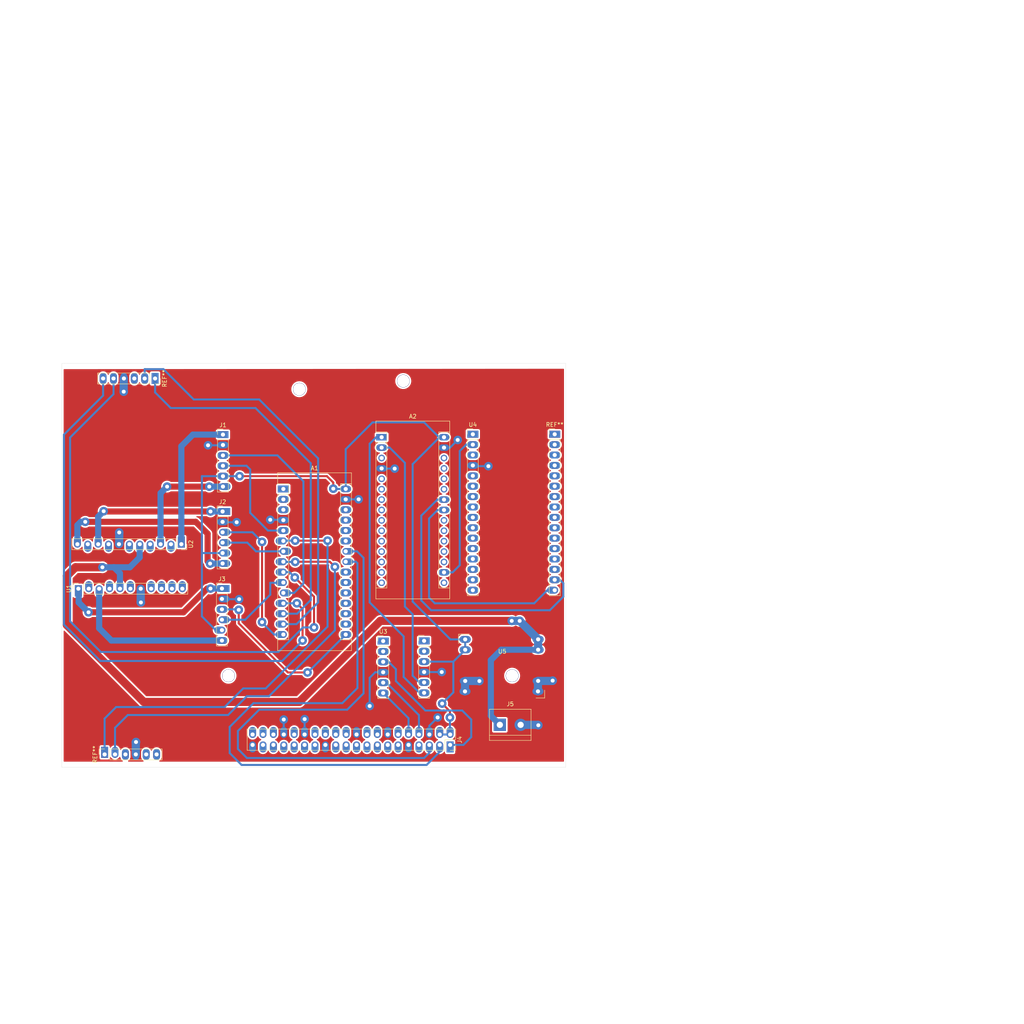
<source format=kicad_pcb>
(kicad_pcb (version 20171130) (host pcbnew "(5.1.10)-1")
  (layers (0 F.Cu signal) (31 B.Cu signal) (34 B.Paste user hide) (35 F.Paste user hide) (36 B.SilkS user hide) (37 F.SilkS user hide) (38 B.Mask user hide) (39 F.Mask user hide) (44 Edge.Cuts user hide))
  (net 0 "")
  (net 1 Motor3_B)
  (net 2 Motor2_B)
  (net 3 +5V)
  (net 4 Motor1_PWM2)
  (net 5 GND)
  (net 6 Motor1_PWM1)
  (net 7 "Net-(A1-Pad28)")
  (net 8 Motor2_PWM2)
  (net 9 "Net-(A1-Pad27)")
  (net 10 Motor1_B)
  (net 11 "Net-(A1-Pad26)")
  (net 12 Motor3_A)
  (net 13 "Net-(A1-Pad25)")
  (net 14 Motor2_PWM1)
  (net 15 SCL)
  (net 16 Motor3_PWM2)
  (net 17 SDA)
  (net 18 Motor2_A)
  (net 19 "Net-(A1-Pad22)")
  (net 20 Motor3_PWM1)
  (net 21 "Net-(A1-Pad21)")
  (net 22 Motor1_A)
  (net 23 "Net-(A1-Pad20)")
  (net 24 "Net-(A1-Pad19)")
  (net 25 "Net-(A1-Pad3)")
  (net 26 "Net-(A1-Pad18)")
  (net 27 "Net-(A1-Pad2)")
  (net 28 "Net-(A1-Pad17)")
  (net 29 "Net-(A1-Pad1)")
  (net 30 "Net-(A2-Pad16)")
  (net 31 "Net-(A2-Pad15)")
  (net 32 "Net-(A2-Pad14)")
  (net 33 "Net-(A2-Pad13)")
  (net 34 "Net-(A2-Pad28)")
  (net 35 "Net-(A2-Pad12)")
  (net 36 "Net-(A2-Pad27)")
  (net 37 "Net-(A2-Pad11)")
  (net 38 "Net-(A2-Pad26)")
  (net 39 "Net-(A2-Pad10)")
  (net 40 "Net-(A2-Pad25)")
  (net 41 "Net-(A2-Pad9)")
  (net 42 SCL_IMU)
  (net 43 "Net-(A2-Pad8)")
  (net 44 SDA_IMU)
  (net 45 "Net-(A2-Pad7)")
  (net 46 "Net-(A2-Pad22)")
  (net 47 "Net-(A2-Pad6)")
  (net 48 "Net-(A2-Pad21)")
  (net 49 "Net-(A2-Pad5)")
  (net 50 "Net-(A2-Pad20)")
  (net 51 "Net-(A2-Pad19)")
  (net 52 "Net-(A2-Pad3)")
  (net 53 "Net-(A2-Pad18)")
  (net 54 RXA)
  (net 55 +3.3VA)
  (net 56 TXA)
  (net 57 Motor1_M2)
  (net 58 Motor1_M1)
  (net 59 Motor2_M2)
  (net 60 Motor2_M1)
  (net 61 Motor3_M2)
  (net 62 Motor3_M1)
  (net 63 "Net-(J4-Pad40)")
  (net 64 "Net-(J4-Pad38)")
  (net 65 "Net-(J4-Pad37)")
  (net 66 "Net-(J4-Pad36)")
  (net 67 "Net-(J4-Pad35)")
  (net 68 "Net-(J4-Pad33)")
  (net 69 "Net-(J4-Pad32)")
  (net 70 "Net-(J4-Pad31)")
  (net 71 "Net-(J4-Pad29)")
  (net 72 "Net-(J4-Pad28)")
  (net 73 "Net-(J4-Pad27)")
  (net 74 "Net-(J4-Pad26)")
  (net 75 "Net-(J4-Pad24)")
  (net 76 "Net-(J4-Pad23)")
  (net 77 "Net-(J4-Pad22)")
  (net 78 "Net-(J4-Pad21)")
  (net 79 "Net-(J4-Pad19)")
  (net 80 "Net-(J4-Pad18)")
  (net 81 +3V3)
  (net 82 "Net-(J4-Pad16)")
  (net 83 "Net-(J4-Pad15)")
  (net 84 "Net-(J4-Pad13)")
  (net 85 "Net-(J4-Pad12)")
  (net 86 "Net-(J4-Pad11)")
  (net 87 RXD)
  (net 88 TXD)
  (net 89 "Net-(J4-Pad7)")
  (net 90 "Net-(U1-Pad15)")
  (net 91 "Net-(U1-Pad13)")
  (net 92 "Net-(U1-Pad12)")
  (net 93 "Net-(U1-Pad11)")
  (net 94 "Net-(U1-Pad10)")
  (net 95 "Net-(U1-Pad9)")
  (net 96 "Net-(U1-Pad8)")
  (net 97 "Net-(U1-Pad6)")
  (net 98 VCC)
  (net 99 "Net-(U1-Pad4)")
  (net 100 "Net-(U1-Pad2)")
  (net 101 "Net-(U2-Pad15)")
  (net 102 "Net-(U2-Pad10)")
  (net 103 "Net-(U2-Pad8)")
  (net 104 "Net-(U2-Pad6)")
  (net 105 "Net-(U2-Pad4)")
  (net 106 "Net-(U2-Pad2)")
  (net 107 "Net-(U3-Pad11)")
  (net 108 "Net-(U3-Pad12)")
  (net 109 "Net-(U3-Pad2)")
  (net 110 "Net-(U3-Pad1)")
  (net 111 "Net-(U4-Pad21)")
  (net 112 "Net-(U4-Pad22)")
  (net 113 "Net-(U4-Pad29)")
  (net 114 "Net-(U4-Pad28)")
  (net 115 "Net-(U4-Pad31)")
  (net 116 "Net-(U4-Pad23)")
  (net 117 "Net-(U4-Pad30)")
  (net 118 "Net-(U4-Pad24)")
  (net 119 "Net-(U4-Pad19)")
  (net 120 "Net-(U4-Pad32)")
  (net 121 "Net-(U4-Pad20)")
  (net 122 "Net-(U4-Pad26)")
  (net 123 "Net-(U4-Pad25)")
  (net 124 "Net-(U4-Pad27)")
  (net 125 "Net-(U4-Pad16)")
  (net 126 "Net-(U4-Pad15)")
  (net 127 "Net-(U4-Pad14)")
  (net 128 "Net-(U4-Pad13)")
  (net 129 "Net-(U4-Pad12)")
  (net 130 "Net-(U4-Pad11)")
  (net 131 "Net-(U4-Pad10)")
  (net 132 "Net-(U4-Pad9)")
  (net 133 "Net-(U4-Pad8)")
  (net 134 "Net-(U4-Pad7)")
  (net 135 "Net-(U4-Pad6)")
  (net 136 "Net-(U4-Pad5)")
  (net 137 "Net-(U4-Pad3)")
  (net 138 "Net-(U4-Pad1)")
  (module TerminalBlock:TerminalBlock_bornier-2_P5.08mm (layer F.Cu) (at 4.8 102.2)
    (fp_text reference J5 (at 2.54 -5.08) (layer F.SilkS))
    (fp_text value Screw_Terminal_01x02)
    (pad 2 thru_hole circle (at 5.08 0) (size 3 3) (drill 1.52) (layers *.Cu *.Mask) (net 5 GND))
    (pad 1 thru_hole rect (at 0 0) (size 3 3) (drill 1.52) (layers *.Cu *.Mask) (net 98 VCC))
  )
  (module LMR:RasPi0,2,3-Header-upside_down (layer F.Cu) (at -21.8 107.1 90)
    (fp_text reference J4 (at 1.27 16.78 270) (layer F.SilkS))
    (fp_text value Raspberry_Pi_2_3)
    (pad 40 thru_hole oval (at 2.54 -33.81 270) (size 2.7 1.7) (drill 1 (offset -0.5 0)) (layers *.Cu *.Mask) (net 63 "Net-(J4-Pad40)"))
    (pad 39 thru_hole oval (at 0 -33.81 270) (size 2.7 1.7) (drill 1 (offset 0.5 0)) (layers *.Cu *.Mask) (net 5 GND))
    (pad 38 thru_hole oval (at 2.54 -31.27 270) (size 2.7 1.7) (drill 1 (offset -0.5 0)) (layers *.Cu *.Mask) (net 64 "Net-(J4-Pad38)"))
    (pad 37 thru_hole oval (at 0 -31.27 270) (size 2.7 1.7) (drill 1 (offset 0.5 0)) (layers *.Cu *.Mask) (net 65 "Net-(J4-Pad37)"))
    (pad 36 thru_hole oval (at 2.54 -28.73 270) (size 2.7 1.7) (drill 1 (offset -0.5 0)) (layers *.Cu *.Mask) (net 66 "Net-(J4-Pad36)"))
    (pad 35 thru_hole oval (at 0 -28.73 270) (size 2.7 1.7) (drill 1 (offset 0.5 0)) (layers *.Cu *.Mask) (net 67 "Net-(J4-Pad35)"))
    (pad 34 thru_hole oval (at 2.54 -26.19 270) (size 2.7 1.7) (drill 1 (offset -0.5 0)) (layers *.Cu *.Mask) (net 5 GND))
    (pad 33 thru_hole oval (at 0 -26.19 270) (size 2.7 1.7) (drill 1 (offset 0.5 0)) (layers *.Cu *.Mask) (net 68 "Net-(J4-Pad33)"))
    (pad 32 thru_hole oval (at 2.54 -23.65 270) (size 2.7 1.7) (drill 1 (offset -0.5 0)) (layers *.Cu *.Mask) (net 69 "Net-(J4-Pad32)"))
    (pad 31 thru_hole oval (at 0 -23.65 270) (size 2.7 1.7) (drill 1 (offset 0.5 0)) (layers *.Cu *.Mask) (net 70 "Net-(J4-Pad31)"))
    (pad 30 thru_hole oval (at 2.54 -21.11 270) (size 2.7 1.7) (drill 1 (offset -0.5 0)) (layers *.Cu *.Mask) (net 5 GND))
    (pad 29 thru_hole oval (at 0 -21.11 270) (size 2.7 1.7) (drill 1 (offset 0.5 0)) (layers *.Cu *.Mask) (net 71 "Net-(J4-Pad29)"))
    (pad 28 thru_hole oval (at 2.54 -18.57 270) (size 2.7 1.7) (drill 1 (offset -0.5 0)) (layers *.Cu *.Mask) (net 72 "Net-(J4-Pad28)"))
    (pad 27 thru_hole oval (at 0 -18.57 270) (size 2.7 1.7) (drill 1 (offset 0.5 0)) (layers *.Cu *.Mask) (net 73 "Net-(J4-Pad27)"))
    (pad 26 thru_hole oval (at 2.54 -16.03 270) (size 2.7 1.7) (drill 1 (offset -0.5 0)) (layers *.Cu *.Mask) (net 74 "Net-(J4-Pad26)"))
    (pad 25 thru_hole oval (at 0 -16.03 270) (size 2.7 1.7) (drill 1 (offset 0.5 0)) (layers *.Cu *.Mask) (net 5 GND))
    (pad 24 thru_hole oval (at 2.54 -13.49 270) (size 2.7 1.7) (drill 1 (offset -0.5 0)) (layers *.Cu *.Mask) (net 75 "Net-(J4-Pad24)"))
    (pad 23 thru_hole oval (at 0 -13.49 270) (size 2.7 1.7) (drill 1 (offset 0.5 0)) (layers *.Cu *.Mask) (net 76 "Net-(J4-Pad23)"))
    (pad 22 thru_hole oval (at 2.54 -10.95 270) (size 2.7 1.7) (drill 1 (offset -0.5 0)) (layers *.Cu *.Mask) (net 77 "Net-(J4-Pad22)"))
    (pad 21 thru_hole oval (at 0 -10.95 270) (size 2.7 1.7) (drill 1 (offset 0.5 0)) (layers *.Cu *.Mask) (net 78 "Net-(J4-Pad21)"))
    (pad 20 thru_hole oval (at 2.54 -8.41 270) (size 2.7 1.7) (drill 1 (offset -0.5 0)) (layers *.Cu *.Mask) (net 5 GND))
    (pad 19 thru_hole oval (at 0 -8.41 270) (size 2.7 1.7) (drill 1 (offset 0.5 0)) (layers *.Cu *.Mask) (net 79 "Net-(J4-Pad19)"))
    (pad 18 thru_hole oval (at 2.54 -5.87 270) (size 2.7 1.7) (drill 1 (offset -0.5 0)) (layers *.Cu *.Mask) (net 80 "Net-(J4-Pad18)"))
    (pad 17 thru_hole oval (at 0 -5.87 270) (size 2.7 1.7) (drill 1 (offset 0.5 0)) (layers *.Cu *.Mask) (net 81 +3V3))
    (pad 16 thru_hole oval (at 2.54 -3.33 270) (size 2.7 1.7) (drill 1 (offset -0.5 0)) (layers *.Cu *.Mask) (net 82 "Net-(J4-Pad16)"))
    (pad 15 thru_hole oval (at 0 -3.33 270) (size 2.7 1.7) (drill 1 (offset 0.5 0)) (layers *.Cu *.Mask) (net 83 "Net-(J4-Pad15)"))
    (pad 14 thru_hole oval (at 2.54 -0.79 270) (size 2.7 1.7) (drill 1 (offset -0.5 0)) (layers *.Cu *.Mask) (net 5 GND))
    (pad 13 thru_hole oval (at 0 -0.79 270) (size 2.7 1.7) (drill 1 (offset 0.5 0)) (layers *.Cu *.Mask) (net 84 "Net-(J4-Pad13)"))
    (pad 12 thru_hole oval (at 2.54 1.75 270) (size 2.7 1.7) (drill 1 (offset -0.5 0)) (layers *.Cu *.Mask) (net 85 "Net-(J4-Pad12)"))
    (pad 11 thru_hole oval (at 0 1.75 270) (size 2.7 1.7) (drill 1 (offset 0.5 0)) (layers *.Cu *.Mask) (net 86 "Net-(J4-Pad11)"))
    (pad 10 thru_hole oval (at 2.54 4.29 270) (size 2.7 1.7) (drill 1 (offset -0.5 0)) (layers *.Cu *.Mask) (net 87 RXD))
    (pad 9 thru_hole oval (at 0 4.29 270) (size 2.7 1.7) (drill 1 (offset 0.5 0)) (layers *.Cu *.Mask) (net 5 GND))
    (pad 8 thru_hole oval (at 2.54 6.83 270) (size 2.7 1.7) (drill 1 (offset -0.5 0)) (layers *.Cu *.Mask) (net 88 TXD))
    (pad 7 thru_hole oval (at 0 6.83 270) (size 2.7 1.7) (drill 1 (offset 0.5 0)) (layers *.Cu *.Mask) (net 89 "Net-(J4-Pad7)"))
    (pad 6 thru_hole oval (at 2.54 9.37 270) (size 2.7 1.7) (drill 1 (offset -0.5 0)) (layers *.Cu *.Mask) (net 5 GND))
    (pad 5 thru_hole oval (at 0 9.37 270) (size 2.7 1.7) (drill 1 (offset 0.5 0)) (layers *.Cu *.Mask) (net 15 SCL))
    (pad 4 thru_hole oval (at 2.54 11.91 270) (size 2.7 1.7) (drill 1 (offset -0.5 0)) (layers *.Cu *.Mask) (net 3 +5V))
    (pad 3 thru_hole oval (at 0 11.91 270) (size 2.7 1.7) (drill 1 (offset 0.5 0)) (layers *.Cu *.Mask) (net 17 SDA))
    (pad 2 thru_hole oval (at 2.54 14.45 270) (size 2.7 1.7) (drill 1 (offset -0.5 0)) (layers *.Cu *.Mask) (net 3 +5V))
    (pad 1 thru_hole rect (at 0 14.45 270) (size 2.7 1.7) (drill 1 (offset 0.5 0)) (layers *.Cu *.Mask) (net 81 +3V3))
  )
  (module LMR:DF_buck-converter_8-28to5 (layer F.Cu) (at 5.55168 87.4014)
    (fp_text reference U5 (at -0.16 -3.13) (layer F.SilkS))
    (fp_text value DF_buck-converter_8-28to5V)
    (pad 4 thru_hole oval (at -9.27 6.63 180) (size 2.7 1.7) (drill 1) (layers *.Cu *.Mask) (net 5 GND))
    (pad 8 thru_hole oval (at 8.6 -6.09 180) (size 2.7 1.7) (drill 1) (layers *.Cu *.Mask) (net 98 VCC))
    (pad 6 thru_hole oval (at 8.6 4.07 180) (size 2.7 1.7) (drill 1) (layers *.Cu *.Mask) (net 5 GND))
    (pad 7 thru_hole oval (at 8.6 -3.55 180) (size 2.7 1.7) (drill 1) (layers *.Cu *.Mask) (net 98 VCC))
    (pad 2 thru_hole oval (at -9.22 -3.54 180) (size 2.7 1.7) (drill 1) (layers *.Cu *.Mask) (net 3 +5V))
    (pad 1 thru_hole oval (at -9.22 -6.08 180) (size 2.7 1.7) (drill 1) (layers *.Cu *.Mask) (net 3 +5V))
    (pad 3 thru_hole oval (at -9.22 4.08 180) (size 2.7 1.7) (drill 1) (layers *.Cu *.Mask) (net 5 GND))
    (pad 5 thru_hole oval (at 8.56 6.62 180) (size 2.7 1.7) (drill 1) (layers *.Cu *.Mask) (net 5 GND))
  )
  (module LMR:Adafruit_Feather_Pinout (layer F.Cu) (at -1.8 31.2)
    (fp_text reference U4 (at 0 -2.33) (layer F.SilkS))
    (fp_text value Adafruit_Feather_Pinout)
    (fp_text user REF** (at 20 -2.33) (layer F.SilkS))
    (pad 21 thru_hole oval (at 20 27.94) (size 2.7 1.7) (drill 1) (layers *.Cu *.Mask) (net 111 "Net-(U4-Pad21)"))
    (pad 22 thru_hole oval (at 20 25.4) (size 2.7 1.7) (drill 1) (layers *.Cu *.Mask) (net 112 "Net-(U4-Pad22)"))
    (pad 29 thru_hole oval (at 20 7.62) (size 2.7 1.7) (drill 1) (layers *.Cu *.Mask) (net 113 "Net-(U4-Pad29)"))
    (pad 28 thru_hole oval (at 20 10.16) (size 2.7 1.7) (drill 1) (layers *.Cu *.Mask) (net 114 "Net-(U4-Pad28)"))
    (pad 31 thru_hole oval (at 20 2.54) (size 2.7 1.7) (drill 1) (layers *.Cu *.Mask) (net 115 "Net-(U4-Pad31)"))
    (pad 23 thru_hole oval (at 20 22.86) (size 2.7 1.7) (drill 1) (layers *.Cu *.Mask) (net 116 "Net-(U4-Pad23)"))
    (pad 30 thru_hole oval (at 20 5.08) (size 2.7 1.7) (drill 1) (layers *.Cu *.Mask) (net 117 "Net-(U4-Pad30)"))
    (pad 24 thru_hole oval (at 20 20.32) (size 2.7 1.7) (drill 1) (layers *.Cu *.Mask) (net 118 "Net-(U4-Pad24)"))
    (pad 19 thru_hole oval (at 20 33.02) (size 2.7 1.7) (drill 1) (layers *.Cu *.Mask) (net 119 "Net-(U4-Pad19)"))
    (pad 32 thru_hole rect (at 20 0) (size 2.7 1.7) (drill 1) (layers *.Cu *.Mask) (net 120 "Net-(U4-Pad32)"))
    (pad 20 thru_hole oval (at 20 30.48) (size 2.7 1.7) (drill 1) (layers *.Cu *.Mask) (net 121 "Net-(U4-Pad20)"))
    (pad 26 thru_hole oval (at 20 15.24) (size 2.7 1.7) (drill 1) (layers *.Cu *.Mask) (net 122 "Net-(U4-Pad26)"))
    (pad 17 thru_hole oval (at 20 38.1) (size 2.7 1.7) (drill 1 (offset -0.5 0)) (layers *.Cu *.Mask) (net 44 SDA_IMU))
    (pad 25 thru_hole oval (at 20 17.78) (size 2.7 1.7) (drill 1) (layers *.Cu *.Mask) (net 123 "Net-(U4-Pad25)"))
    (pad 27 thru_hole oval (at 20 12.7) (size 2.7 1.7) (drill 1) (layers *.Cu *.Mask) (net 124 "Net-(U4-Pad27)"))
    (pad 18 thru_hole oval (at 20 35.56) (size 2.7 1.7) (drill 1) (layers *.Cu *.Mask) (net 42 SCL_IMU))
    (pad 16 thru_hole oval (at 0 38.1) (size 2.7 1.7) (drill 1) (layers *.Cu *.Mask) (net 125 "Net-(U4-Pad16)"))
    (pad 15 thru_hole oval (at 0 35.56) (size 2.7 1.7) (drill 1) (layers *.Cu *.Mask) (net 126 "Net-(U4-Pad15)"))
    (pad 14 thru_hole oval (at 0 33.02) (size 2.7 1.7) (drill 1) (layers *.Cu *.Mask) (net 127 "Net-(U4-Pad14)"))
    (pad 13 thru_hole oval (at 0 30.48) (size 2.7 1.7) (drill 1) (layers *.Cu *.Mask) (net 128 "Net-(U4-Pad13)"))
    (pad 12 thru_hole oval (at 0 27.94) (size 2.7 1.7) (drill 1) (layers *.Cu *.Mask) (net 129 "Net-(U4-Pad12)"))
    (pad 11 thru_hole oval (at 0 25.4) (size 2.7 1.7) (drill 1) (layers *.Cu *.Mask) (net 130 "Net-(U4-Pad11)"))
    (pad 10 thru_hole oval (at 0 22.86) (size 2.7 1.7) (drill 1) (layers *.Cu *.Mask) (net 131 "Net-(U4-Pad10)"))
    (pad 9 thru_hole oval (at 0 20.32) (size 2.7 1.7) (drill 1) (layers *.Cu *.Mask) (net 132 "Net-(U4-Pad9)"))
    (pad 8 thru_hole oval (at 0 17.78) (size 2.7 1.7) (drill 1) (layers *.Cu *.Mask) (net 133 "Net-(U4-Pad8)"))
    (pad 7 thru_hole oval (at 0 15.24) (size 2.7 1.7) (drill 1) (layers *.Cu *.Mask) (net 134 "Net-(U4-Pad7)"))
    (pad 6 thru_hole oval (at 0 12.7) (size 2.7 1.7) (drill 1) (layers *.Cu *.Mask) (net 135 "Net-(U4-Pad6)"))
    (pad 5 thru_hole oval (at 0 10.16) (size 2.7 1.7) (drill 1) (layers *.Cu *.Mask) (net 136 "Net-(U4-Pad5)"))
    (pad 4 thru_hole oval (at 0 7.62) (size 2.7 1.7) (drill 1) (layers *.Cu *.Mask) (net 5 GND))
    (pad 3 thru_hole oval (at 0 5.08) (size 2.7 1.7) (drill 1) (layers *.Cu *.Mask) (net 137 "Net-(U4-Pad3)"))
    (pad 2 thru_hole oval (at 0 2.54) (size 2.7 1.7) (drill 1) (layers *.Cu *.Mask) (net 55 +3.3VA))
    (pad 1 thru_hole rect (at 0 0) (size 2.7 1.7) (drill 1) (layers *.Cu *.Mask) (net 138 "Net-(U4-Pad1)"))
  )
  (module LMR:LLC-4channel (layer F.Cu) (at -23.70912 81.73212)
    (fp_text reference U3 (at 0 -2.33) (layer F.SilkS))
    (fp_text value LLC-4channel)
    (pad 8 thru_hole oval (at 10 10.11) (size 2.7 1.7) (drill 1) (layers *.Cu *.Mask) (net 54 RXA))
    (pad 7 thru_hole oval (at 10 12.65) (size 2.7 1.7) (drill 1) (layers *.Cu *.Mask) (net 56 TXA))
    (pad 10 thru_hole oval (at 10 5.03) (size 2.7 1.7) (drill 1) (layers *.Cu *.Mask) (net 3 +5V))
    (pad 11 thru_hole oval (at 10 2.49) (size 2.7 1.7) (drill 1) (layers *.Cu *.Mask) (net 107 "Net-(U3-Pad11)"))
    (pad 9 thru_hole oval (at 10 7.57) (size 2.7 1.7) (drill 1) (layers *.Cu *.Mask) (net 5 GND))
    (pad 12 thru_hole rect (at 10 -0.05) (size 2.7 1.7) (drill 1) (layers *.Cu *.Mask) (net 108 "Net-(U3-Pad12)"))
    (pad 6 thru_hole oval (at 0 12.7) (size 2.7 1.7) (drill 1) (layers *.Cu *.Mask) (net 87 RXD))
    (pad 5 thru_hole oval (at 0 10.16) (size 2.7 1.7) (drill 1) (layers *.Cu *.Mask) (net 88 TXD))
    (pad 4 thru_hole oval (at 0 7.62) (size 2.7 1.7) (drill 1) (layers *.Cu *.Mask) (net 5 GND))
    (pad 3 thru_hole oval (at 0 5.08) (size 2.7 1.7) (drill 1) (layers *.Cu *.Mask) (net 81 +3V3))
    (pad 2 thru_hole oval (at 0 2.54) (size 2.7 1.7) (drill 1) (layers *.Cu *.Mask) (net 109 "Net-(U3-Pad2)"))
    (pad 1 thru_hole rect (at 0 0) (size 2.7 1.7) (drill 1) (layers *.Cu *.Mask) (net 110 "Net-(U3-Pad1)"))
  )
  (module LMR:mdd3a (layer F.Cu) (at -86.3 58.9 90)
    (fp_text reference U2 (at 0.84 15.61 270) (layer F.SilkS))
    (fp_text value MDD3A-3ADCMD)
    (fp_text user REF** (at 41.325 9.195 270) (layer F.SilkS))
    (pad 16 thru_hole oval (at 41.325 4.325 270) (size 2.7 1.7) (drill 1) (layers *.Cu *.Mask) (net 4 Motor1_PWM2))
    (pad 15 thru_hole oval (at 41.325 1.785 270) (size 2.7 1.7) (drill 1) (layers *.Cu *.Mask) (net 101 "Net-(U2-Pad15)"))
    (pad 14 thru_hole oval (at 41.325 -0.755 270) (size 2.7 1.7) (drill 1) (layers *.Cu *.Mask) (net 5 GND))
    (pad 13 thru_hole oval (at 41.325 -3.295 270) (size 2.7 1.7) (drill 1) (layers *.Cu *.Mask) (net 14 Motor2_PWM1))
    (pad 12 thru_hole oval (at 41.325 -5.835 270) (size 2.7 1.7) (drill 1) (layers *.Cu *.Mask) (net 8 Motor2_PWM2))
    (pad 17 thru_hole rect (at 41.325 6.865 270) (size 2.7 1.7) (drill 1) (layers *.Cu *.Mask) (net 6 Motor1_PWM1))
    (pad 11 thru_hole oval (at 0.84 -12.12 270) (size 2.7 1.7) (drill 1 (offset -0.5 0)) (layers *.Cu *.Mask) (net 59 Motor2_M2))
    (pad 10 thru_hole oval (at 0.84 -9.58 270) (size 2.7 1.7) (drill 1 (offset 0.5 0)) (layers *.Cu *.Mask) (net 102 "Net-(U2-Pad10)"))
    (pad 9 thru_hole oval (at 0.84 -7.04 270) (size 2.7 1.7) (drill 1 (offset -0.5 0)) (layers *.Cu *.Mask) (net 60 Motor2_M1))
    (pad 8 thru_hole oval (at 0.84 -4.5 270) (size 2.7 1.7) (drill 1 (offset 0.5 0)) (layers *.Cu *.Mask) (net 103 "Net-(U2-Pad8)"))
    (pad 7 thru_hole oval (at 0.84 -1.96 270) (size 2.7 1.7) (drill 1 (offset -0.5 0)) (layers *.Cu *.Mask) (net 5 GND))
    (pad 6 thru_hole oval (at 0.84 0.58 270) (size 2.7 1.7) (drill 1 (offset 0.5 0)) (layers *.Cu *.Mask) (net 104 "Net-(U2-Pad6)"))
    (pad 5 thru_hole oval (at 0.84 3.12 270) (size 2.7 1.7) (drill 1 (offset 0.5 0)) (layers *.Cu *.Mask) (net 98 VCC))
    (pad 4 thru_hole oval (at 0.84 5.66 270) (size 2.7 1.7) (drill 1 (offset 0.5 0)) (layers *.Cu *.Mask) (net 105 "Net-(U2-Pad4)"))
    (pad 3 thru_hole oval (at 0.84 8.2 270) (size 2.7 1.7) (drill 1 (offset -0.5 0)) (layers *.Cu *.Mask) (net 57 Motor1_M2))
    (pad 2 thru_hole oval (at 0.84 10.74 270) (size 2.7 1.7) (drill 1 (offset 0.5 0)) (layers *.Cu *.Mask) (net 106 "Net-(U2-Pad2)"))
    (pad 1 thru_hole rect (at 0.84 13.28 270) (size 2.7 1.7) (drill 1 (offset -0.5 0)) (layers *.Cu *.Mask) (net 58 Motor1_M1))
  )
  (module LMR:mdd3a (layer F.Cu) (at -84.9 68.1 270)
    (fp_text reference U1 (at 0.84 15.61 270) (layer F.SilkS))
    (fp_text value MDD3A-3ADCMD)
    (fp_text user REF** (at 41.325 9.195 270) (layer F.SilkS))
    (pad 16 thru_hole oval (at 41.325 4.325 90) (size 2.7 1.7) (drill 1 (offset 0.5 0)) (layers *.Cu *.Mask) (net 16 Motor3_PWM2))
    (pad 15 thru_hole oval (at 41.325 1.785 90) (size 2.7 1.7) (drill 1) (layers *.Cu *.Mask) (net 90 "Net-(U1-Pad15)"))
    (pad 14 thru_hole oval (at 41.325 -0.755 90) (size 2.7 1.7) (drill 1) (layers *.Cu *.Mask) (net 5 GND))
    (pad 13 thru_hole oval (at 41.325 -3.295 90) (size 2.7 1.7) (drill 1) (layers *.Cu *.Mask) (net 91 "Net-(U1-Pad13)"))
    (pad 12 thru_hole oval (at 41.325 -5.835 90) (size 2.7 1.7) (drill 1) (layers *.Cu *.Mask) (net 92 "Net-(U1-Pad12)"))
    (pad 17 thru_hole rect (at 41.325 6.865 90) (size 2.7 1.7) (drill 1 (offset 0.5 0)) (layers *.Cu *.Mask) (net 20 Motor3_PWM1))
    (pad 11 thru_hole oval (at 0.84 -12.12 90) (size 2.7 1.7) (drill 1 (offset 0.5 0)) (layers *.Cu *.Mask) (net 93 "Net-(U1-Pad11)"))
    (pad 10 thru_hole oval (at 0.84 -9.58 90) (size 2.7 1.7) (drill 1 (offset 0.5 0)) (layers *.Cu *.Mask) (net 94 "Net-(U1-Pad10)"))
    (pad 9 thru_hole oval (at 0.84 -7.04 90) (size 2.7 1.7) (drill 1 (offset 0.5 0)) (layers *.Cu *.Mask) (net 95 "Net-(U1-Pad9)"))
    (pad 8 thru_hole oval (at 0.84 -4.5 90) (size 2.7 1.7) (drill 1 (offset 0.5 0)) (layers *.Cu *.Mask) (net 96 "Net-(U1-Pad8)"))
    (pad 7 thru_hole oval (at 0.84 -1.96 90) (size 2.7 1.7) (drill 1 (offset -0.5 0)) (layers *.Cu *.Mask) (net 5 GND))
    (pad 6 thru_hole oval (at 0.84 0.58 90) (size 2.7 1.7) (drill 1 (offset 0.5 0)) (layers *.Cu *.Mask) (net 97 "Net-(U1-Pad6)"))
    (pad 5 thru_hole oval (at 0.84 3.12 90) (size 2.7 1.7) (drill 1 (offset 0.5 0)) (layers *.Cu *.Mask) (net 98 VCC))
    (pad 4 thru_hole oval (at 0.84 5.66 90) (size 2.7 1.7) (drill 1 (offset 0.5 0)) (layers *.Cu *.Mask) (net 99 "Net-(U1-Pad4)"))
    (pad 3 thru_hole oval (at 0.84 8.2 90) (size 2.7 1.7) (drill 1 (offset -0.5 0)) (layers *.Cu *.Mask) (net 61 Motor3_M2))
    (pad 2 thru_hole oval (at 0.84 10.74 90) (size 2.7 1.7) (drill 1 (offset 0.5 0)) (layers *.Cu *.Mask) (net 100 "Net-(U1-Pad2)"))
    (pad 1 thru_hole rect (at 0.84 13.28 90) (size 2.7 1.7) (drill 1 (offset -0.5 0)) (layers *.Cu *.Mask) (net 62 Motor3_M1))
  )
  (module Connector_PinHeader_2.54mm:PinHeader_1x06_P2.54mm_Vertical (layer F.Cu) (at -63.1016 68.9002)
    (fp_text reference J3 (at 0 -2.33) (layer F.SilkS))
    (fp_text value Motor3)
    (pad 6 thru_hole oval (at 0 12.7) (size 2.7 1.7) (drill 1) (layers *.Cu *.Mask) (net 61 Motor3_M2))
    (pad 5 thru_hole oval (at 0 10.16) (size 2.7 1.7) (drill 1 (offset -0.5 0)) (layers *.Cu *.Mask) (net 3 +5V))
    (pad 4 thru_hole oval (at 0 7.62) (size 2.7 1.7) (drill 1 (offset 0.5 0)) (layers *.Cu *.Mask) (net 12 Motor3_A))
    (pad 3 thru_hole oval (at 0 5.08) (size 2.7 1.7) (drill 1) (layers *.Cu *.Mask) (net 1 Motor3_B))
    (pad 2 thru_hole oval (at 0 2.54) (size 2.7 1.7) (drill 1 (offset 0.5 0)) (layers *.Cu *.Mask) (net 5 GND))
    (pad 1 thru_hole rect (at 0 0) (size 2.7 1.7) (drill 1 (offset 0.5 0)) (layers *.Cu *.Mask) (net 62 Motor3_M1))
  )
  (module Connector_PinHeader_2.54mm:PinHeader_1x06_P2.54mm_Vertical (layer F.Cu) (at -62.93904 50.06864)
    (fp_text reference J2 (at 0 -2.33) (layer F.SilkS))
    (fp_text value Motor2)
    (pad 6 thru_hole oval (at 0 12.7) (size 2.7 1.7) (drill 1 (offset 0.5 0)) (layers *.Cu *.Mask) (net 59 Motor2_M2))
    (pad 5 thru_hole oval (at 0 10.16) (size 2.7 1.7) (drill 1 (offset 0.5 0)) (layers *.Cu *.Mask) (net 3 +5V))
    (pad 4 thru_hole oval (at 0 7.62) (size 2.7 1.7) (drill 1 (offset 0.5 0)) (layers *.Cu *.Mask) (net 18 Motor2_A))
    (pad 3 thru_hole oval (at 0 5.08) (size 2.7 1.7) (drill 1 (offset 0.5 0)) (layers *.Cu *.Mask) (net 2 Motor2_B))
    (pad 2 thru_hole oval (at 0 2.54) (size 2.7 1.7) (drill 1) (layers *.Cu *.Mask) (net 5 GND))
    (pad 1 thru_hole rect (at 0 0) (size 2.7 1.7) (drill 1 (offset 0.5 0)) (layers *.Cu *.Mask) (net 60 Motor2_M1))
  )
  (module Connector_PinHeader_2.54mm:PinHeader_1x06_P2.54mm_Vertical (layer F.Cu) (at -62.85268 31.28788)
    (fp_text reference J1 (at 0 -2.33) (layer F.SilkS))
    (fp_text value Motor1)
    (pad 6 thru_hole oval (at 0 12.7) (size 2.7 1.7) (drill 1 (offset 0.5 0)) (layers *.Cu *.Mask) (net 57 Motor1_M2))
    (pad 5 thru_hole oval (at 0 10.16) (size 2.7 1.7) (drill 1) (layers *.Cu *.Mask) (net 3 +5V))
    (pad 4 thru_hole oval (at 0 7.62) (size 2.7 1.7) (drill 1) (layers *.Cu *.Mask) (net 22 Motor1_A))
    (pad 3 thru_hole oval (at 0 5.08) (size 2.7 1.7) (drill 1) (layers *.Cu *.Mask) (net 10 Motor1_B))
    (pad 2 thru_hole oval (at 0 2.54) (size 2.7 1.7) (drill 1) (layers *.Cu *.Mask) (net 5 GND))
    (pad 1 thru_hole rect (at 0 0) (size 2.7 1.7) (drill 1) (layers *.Cu *.Mask) (net 58 Motor1_M1))
  )
  (module Module:Arduino_Nano (layer F.Cu) (at -24.08504 31.9278)
    (fp_text reference A2 (at 7.62 -5.08) (layer F.SilkS))
    (fp_text value Arduino_Nano_v3.x)
    (pad 16 thru_hole oval (at 15.24 35.56) (size 1.6 1.6) (drill 1) (layers *.Cu *.Mask) (net 30 "Net-(A2-Pad16)"))
    (pad 15 thru_hole oval (at 0 35.56) (size 1.6 1.6) (drill 1) (layers *.Cu *.Mask) (net 31 "Net-(A2-Pad15)"))
    (pad 30 thru_hole oval (at 15.24 0) (size 2.6 1.6) (drill 1) (layers *.Cu *.Mask) (net 3 +5V))
    (pad 14 thru_hole oval (at 0 33.02) (size 1.6 1.6) (drill 1) (layers *.Cu *.Mask) (net 32 "Net-(A2-Pad14)"))
    (pad 29 thru_hole oval (at 15.24 2.54) (size 2.6 1.6) (drill 1) (layers *.Cu *.Mask) (net 5 GND))
    (pad 13 thru_hole oval (at 0 30.48) (size 1.6 1.6) (drill 1) (layers *.Cu *.Mask) (net 33 "Net-(A2-Pad13)"))
    (pad 28 thru_hole oval (at 15.24 5.08) (size 1.6 1.6) (drill 1) (layers *.Cu *.Mask) (net 34 "Net-(A2-Pad28)"))
    (pad 12 thru_hole oval (at 0 27.94) (size 1.6 1.6) (drill 1) (layers *.Cu *.Mask) (net 35 "Net-(A2-Pad12)"))
    (pad 27 thru_hole oval (at 15.24 7.62) (size 1.6 1.6) (drill 1) (layers *.Cu *.Mask) (net 36 "Net-(A2-Pad27)"))
    (pad 11 thru_hole oval (at 0 25.4) (size 1.6 1.6) (drill 1) (layers *.Cu *.Mask) (net 37 "Net-(A2-Pad11)"))
    (pad 26 thru_hole oval (at 15.24 10.16) (size 1.6 1.6) (drill 1) (layers *.Cu *.Mask) (net 38 "Net-(A2-Pad26)"))
    (pad 10 thru_hole oval (at 0 22.86) (size 1.6 1.6) (drill 1) (layers *.Cu *.Mask) (net 39 "Net-(A2-Pad10)"))
    (pad 25 thru_hole oval (at 15.24 12.7) (size 1.6 1.6) (drill 1) (layers *.Cu *.Mask) (net 40 "Net-(A2-Pad25)"))
    (pad 9 thru_hole oval (at 0 20.32) (size 1.6 1.6) (drill 1) (layers *.Cu *.Mask) (net 41 "Net-(A2-Pad9)"))
    (pad 24 thru_hole oval (at 15.24 15.24) (size 2.6 1.6) (drill 1) (layers *.Cu *.Mask) (net 42 SCL_IMU))
    (pad 8 thru_hole oval (at 0 17.78) (size 1.6 1.6) (drill 1) (layers *.Cu *.Mask) (net 43 "Net-(A2-Pad8)"))
    (pad 23 thru_hole oval (at 15.24 17.78) (size 2.6 1.6) (drill 1) (layers *.Cu *.Mask) (net 44 SDA_IMU))
    (pad 7 thru_hole oval (at 0 15.24) (size 1.6 1.6) (drill 1) (layers *.Cu *.Mask) (net 45 "Net-(A2-Pad7)"))
    (pad 22 thru_hole oval (at 15.24 20.32) (size 1.6 1.6) (drill 1) (layers *.Cu *.Mask) (net 46 "Net-(A2-Pad22)"))
    (pad 6 thru_hole oval (at 0 12.7) (size 1.6 1.6) (drill 1) (layers *.Cu *.Mask) (net 47 "Net-(A2-Pad6)"))
    (pad 21 thru_hole oval (at 15.24 22.86) (size 1.6 1.6) (drill 1) (layers *.Cu *.Mask) (net 48 "Net-(A2-Pad21)"))
    (pad 5 thru_hole oval (at 0 10.16) (size 1.6 1.6) (drill 1) (layers *.Cu *.Mask) (net 49 "Net-(A2-Pad5)"))
    (pad 20 thru_hole oval (at 15.24 25.4) (size 1.6 1.6) (drill 1) (layers *.Cu *.Mask) (net 50 "Net-(A2-Pad20)"))
    (pad 4 thru_hole oval (at 0 7.62) (size 2.6 1.6) (drill 1) (layers *.Cu *.Mask) (net 5 GND))
    (pad 19 thru_hole oval (at 15.24 27.94) (size 1.6 1.6) (drill 1) (layers *.Cu *.Mask) (net 51 "Net-(A2-Pad19)"))
    (pad 3 thru_hole oval (at 0 5.08) (size 1.6 1.6) (drill 1) (layers *.Cu *.Mask) (net 52 "Net-(A2-Pad3)"))
    (pad 18 thru_hole oval (at 15.24 30.48) (size 1.6 1.6) (drill 1) (layers *.Cu *.Mask) (net 53 "Net-(A2-Pad18)"))
    (pad 2 thru_hole oval (at 0 2.54) (size 2.6 1.6) (drill 1) (layers *.Cu *.Mask) (net 54 RXA))
    (pad 17 thru_hole oval (at 15.24 33.02) (size 2.6 1.6) (drill 1) (layers *.Cu *.Mask) (net 55 +3.3VA))
    (pad 1 thru_hole rect (at 0 0) (size 2.6 1.6) (drill 1) (layers *.Cu *.Mask) (net 56 TXA))
  )
  (module Module:Arduino_Nano (layer F.Cu) (at -48.0988 44.5696)
    (fp_text reference A1 (at 7.62 -5.08) (layer F.SilkS))
    (fp_text value Arduino_Nano_v3.x)
    (pad 16 thru_hole oval (at 15.24 35.56) (size 2.7 1.7) (drill 1) (layers *.Cu *.Mask) (net 1 Motor3_B))
    (pad 15 thru_hole oval (at 0 35.56) (size 2.7 1.7) (drill 1 (offset -0.5 0)) (layers *.Cu *.Mask) (net 2 Motor2_B))
    (pad 30 thru_hole oval (at 15.24 0) (size 2.6 1.6) (drill 1) (layers *.Cu *.Mask) (net 3 +5V))
    (pad 14 thru_hole oval (at 0 33.02) (size 2.7 1.7) (drill 1 (offset -0.5 0)) (layers *.Cu *.Mask) (net 4 Motor1_PWM2))
    (pad 29 thru_hole oval (at 15.24 2.54) (size 2.6 1.6) (drill 1) (layers *.Cu *.Mask) (net 5 GND))
    (pad 13 thru_hole oval (at 0 30.48) (size 2.7 1.7) (drill 1 (offset -0.5 0)) (layers *.Cu *.Mask) (net 6 Motor1_PWM1))
    (pad 28 thru_hole oval (at 15.24 5.08) (size 2.7 1.7) (drill 1) (layers *.Cu *.Mask) (net 7 "Net-(A1-Pad28)"))
    (pad 12 thru_hole oval (at 0 27.94) (size 2.7 1.7) (drill 1 (offset -0.5 0)) (layers *.Cu *.Mask) (net 8 Motor2_PWM2))
    (pad 27 thru_hole oval (at 15.24 7.62) (size 2.7 1.7) (drill 1) (layers *.Cu *.Mask) (net 9 "Net-(A1-Pad27)"))
    (pad 11 thru_hole oval (at 0 25.4) (size 2.7 1.7) (drill 1 (offset 0.5 0)) (layers *.Cu *.Mask) (net 10 Motor1_B))
    (pad 26 thru_hole oval (at 15.24 10.16) (size 2.7 1.7) (drill 1) (layers *.Cu *.Mask) (net 11 "Net-(A1-Pad26)"))
    (pad 10 thru_hole oval (at 0 22.86) (size 2.7 1.7) (drill 1 (offset -0.5 0)) (layers *.Cu *.Mask) (net 12 Motor3_A))
    (pad 25 thru_hole oval (at 15.24 12.7) (size 2.7 1.7) (drill 1) (layers *.Cu *.Mask) (net 13 "Net-(A1-Pad25)"))
    (pad 9 thru_hole oval (at 0 20.32) (size 2.7 1.7) (drill 1 (offset -0.5 0)) (layers *.Cu *.Mask) (net 14 Motor2_PWM1))
    (pad 24 thru_hole oval (at 15.24 15.24) (size 2.6 1.6) (drill 1 (offset 0.5 0)) (layers *.Cu *.Mask) (net 15 SCL))
    (pad 8 thru_hole oval (at 0 17.78) (size 2.7 1.7) (drill 1 (offset -0.5 0)) (layers *.Cu *.Mask) (net 16 Motor3_PWM2))
    (pad 23 thru_hole oval (at 15.24 17.78) (size 2.6 1.6) (drill 1 (offset 0.5 0)) (layers *.Cu *.Mask) (net 17 SDA))
    (pad 7 thru_hole oval (at 0 15.24) (size 2.7 1.7) (drill 1 (offset 0.5 0)) (layers *.Cu *.Mask) (net 18 Motor2_A))
    (pad 22 thru_hole oval (at 15.24 20.32) (size 2.7 1.7) (drill 1) (layers *.Cu *.Mask) (net 19 "Net-(A1-Pad22)"))
    (pad 6 thru_hole oval (at 0 12.7) (size 2.7 1.7) (drill 1 (offset -0.5 0)) (layers *.Cu *.Mask) (net 20 Motor3_PWM1))
    (pad 21 thru_hole oval (at 15.24 22.86) (size 2.7 1.7) (drill 1) (layers *.Cu *.Mask) (net 21 "Net-(A1-Pad21)"))
    (pad 5 thru_hole oval (at 0 10.16) (size 2.7 1.7) (drill 1) (layers *.Cu *.Mask) (net 22 Motor1_A))
    (pad 20 thru_hole oval (at 15.24 25.4) (size 2.7 1.7) (drill 1) (layers *.Cu *.Mask) (net 23 "Net-(A1-Pad20)"))
    (pad 4 thru_hole oval (at 0 7.62) (size 2.7 1.7) (drill 1) (layers *.Cu *.Mask) (net 5 GND))
    (pad 19 thru_hole oval (at 15.24 27.94) (size 2.7 1.7) (drill 1) (layers *.Cu *.Mask) (net 24 "Net-(A1-Pad19)"))
    (pad 3 thru_hole oval (at 0 5.08) (size 2.7 1.7) (drill 1) (layers *.Cu *.Mask) (net 25 "Net-(A1-Pad3)"))
    (pad 18 thru_hole oval (at 15.24 30.48) (size 2.7 1.7) (drill 1) (layers *.Cu *.Mask) (net 26 "Net-(A1-Pad18)"))
    (pad 2 thru_hole oval (at 0 2.54) (size 2.7 1.7) (drill 1) (layers *.Cu *.Mask) (net 27 "Net-(A1-Pad2)"))
    (pad 17 thru_hole oval (at 15.24 33.02) (size 2.7 1.7) (drill 1) (layers *.Cu *.Mask) (net 28 "Net-(A1-Pad17)"))
    (pad 1 thru_hole rect (at 0 0) (size 2.7 1.7) (drill 1) (layers *.Cu *.Mask) (net 29 "Net-(A1-Pad1)"))
  )
  (gr_line (start -102.2 13.9) (end -101.5 13.9) (layer Edge.Cuts) (width 0.05))
  (gr_line (start -102.2 112.6) (end -102.2 13.9) (layer Edge.Cuts) (width 0.05))
  (gr_line (start 20.9 112.6) (end -102.2 112.6) (layer Edge.Cuts) (width 0.05))
  (gr_line (start 20.9 13.9) (end 20.9 112.6) (layer Edge.Cuts) (width 0.05))
  (gr_line (start -101.5 13.9) (end 20.9 13.9) (layer Edge.Cuts) (width 0.05))
  (via (at -42.2 89.400002) (size 2.1) (drill 0.96) (layers F.Cu B.Cu) (net 1))
  (segment (start -32.8588 80.1296) (end -42.129202 89.400002) (width 0.5) (layer B.Cu) (net 1))
  (segment (start -42.129202 89.400002) (end -42.2 89.400002) (width 0.5) (layer B.Cu) (net 1))
  (via (at -59 74.100006) (size 2.1) (drill 0.96) (layers F.Cu B.Cu) (net 1))
  (segment (start -63.1016 73.9802) (end -59.119806 73.9802) (width 0.5) (layer B.Cu) (net 1))
  (segment (start -59.119806 73.9802) (end -59 74.100006) (width 0.5) (layer B.Cu) (net 1))
  (segment (start -59 77.4) (end -59 74.100006) (width 0.5) (layer F.Cu) (net 1))
  (segment (start -46.999998 89.400002) (end -59 77.4) (width 0.5) (layer F.Cu) (net 1))
  (segment (start -42.2 89.400002) (end -46.999998 89.400002) (width 0.5) (layer F.Cu) (net 1))
  (via (at -53.3 57.500006) (size 2.1) (drill 0.96) (layers F.Cu B.Cu) (net 2))
  (segment (start -62.93904 55.14864) (end -55.651366 55.14864) (width 0.5) (layer B.Cu) (net 2))
  (segment (start -55.651366 55.14864) (end -53.3 57.500006) (width 0.5) (layer B.Cu) (net 2))
  (via (at -53.300002 77.1) (size 2.1) (drill 0.96) (layers F.Cu B.Cu) (net 2))
  (segment (start -53.3 57.500006) (end -53.3 77.099998) (width 0.5) (layer F.Cu) (net 2))
  (segment (start -53.3 77.099998) (end -53.300002 77.1) (width 0.5) (layer F.Cu) (net 2))
  (segment (start -53.300002 77.199998) (end -53.300002 77.1) (width 0.5) (layer B.Cu) (net 2))
  (segment (start -50.3704 80.1296) (end -53.300002 77.199998) (width 0.5) (layer B.Cu) (net 2))
  (segment (start -48.0988 80.1296) (end -50.3704 80.1296) (width 0.5) (layer B.Cu) (net 2))
  (segment (start -6.56904 86.76212) (end -3.66832 83.8614) (width 0.5) (layer B.Cu) (net 3))
  (segment (start -3.66832 83.8614) (end -3.66832 81.3214) (width 0.5) (layer B.Cu) (net 3))
  (segment (start -13.70912 86.76212) (end -6.56904 86.76212) (width 0.5) (layer B.Cu) (net 3))
  (via (at -35.9 44.5) (size 2.1) (drill 0.96) (layers F.Cu B.Cu) (net 3))
  (segment (start -35.8304 44.5696) (end -35.9 44.5) (width 0.5) (layer B.Cu) (net 3))
  (segment (start -32.8588 44.5696) (end -35.8304 44.5696) (width 0.5) (layer B.Cu) (net 3))
  (segment (start -37.45212 41.44788) (end -58.8 41.44788) (width 0.5) (layer F.Cu) (net 3))
  (segment (start -35.9 43) (end -37.45212 41.44788) (width 0.5) (layer F.Cu) (net 3))
  (segment (start -35.9 44.5) (end -35.9 43) (width 0.5) (layer F.Cu) (net 3))
  (segment (start -58.8 41.44788) (end -58.8 41.44788) (width 0.5) (layer F.Cu) (net 3))
  (via (at -58.8 41.44788) (size 2.1) (drill 0.96) (layers F.Cu B.Cu) (net 3))
  (segment (start -58.8 41.44788) (end -62.85268 41.44788) (width 0.5) (layer B.Cu) (net 3))
  (segment (start -68 60.22864) (end -62.93904 60.22864) (width 0.5) (layer B.Cu) (net 3))
  (segment (start -68 41.44788) (end -68 60.22864) (width 0.5) (layer B.Cu) (net 3))
  (segment (start -62.85268 41.44788) (end -68 41.44788) (width 0.5) (layer B.Cu) (net 3))
  (segment (start -64.6398 79.0602) (end -63.1016 79.0602) (width 0.5) (layer B.Cu) (net 3))
  (segment (start -68 75.7) (end -64.6398 79.0602) (width 0.5) (layer B.Cu) (net 3))
  (segment (start -68 60.22864) (end -68 75.7) (width 0.5) (layer B.Cu) (net 3))
  (segment (start -7.2786 81.3214) (end -3.66832 81.3214) (width 0.5) (layer B.Cu) (net 3))
  (segment (start -16.5 72.1) (end -7.2786 81.3214) (width 0.5) (layer B.Cu) (net 3))
  (segment (start -16.5 38.5) (end -16.5 72.1) (width 0.5) (layer B.Cu) (net 3))
  (segment (start -9.9278 31.9278) (end -16.5 38.5) (width 0.5) (layer B.Cu) (net 3))
  (segment (start -8.84504 31.9278) (end -9.9278 31.9278) (width 0.5) (layer B.Cu) (net 3))
  (segment (start -32.8588 34.8588) (end -32.8588 44.5696) (width 0.5) (layer B.Cu) (net 3))
  (segment (start -26.3 28.3) (end -32.8588 34.8588) (width 0.5) (layer B.Cu) (net 3))
  (segment (start -13.7 28.3) (end -26.3 28.3) (width 0.5) (layer B.Cu) (net 3))
  (segment (start -10.0722 31.9278) (end -13.7 28.3) (width 0.5) (layer B.Cu) (net 3))
  (segment (start -8.84504 31.9278) (end -10.0722 31.9278) (width 0.5) (layer B.Cu) (net 3))
  (via (at -9.3 97) (size 2.1) (drill 0.96) (layers F.Cu B.Cu) (net 3))
  (via (at -7.4 100.4) (size 2.1) (drill 0.96) (layers F.Cu B.Cu) (net 3))
  (segment (start -7.4 104.51) (end -7.35 104.56) (width 0.5) (layer B.Cu) (net 3))
  (segment (start -7.4 100.4) (end -7.4 104.51) (width 0.5) (layer B.Cu) (net 3))
  (segment (start -7.35 104.56) (end -9.89 104.56) (width 0.5) (layer B.Cu) (net 3))
  (segment (start -6.56904 94.26904) (end -9.3 97) (width 0.5) (layer B.Cu) (net 3))
  (segment (start -6.56904 86.76212) (end -6.56904 94.26904) (width 0.5) (layer B.Cu) (net 3))
  (segment (start -7.4 98.9) (end -9.3 97) (width 0.5) (layer F.Cu) (net 3))
  (segment (start -7.4 100.4) (end -7.4 98.9) (width 0.5) (layer F.Cu) (net 3))
  (segment (start -81.975 15.3) (end -81.975 17.575) (width 0.5) (layer B.Cu) (net 4))
  (segment (start -77.4 15.3) (end -81.975 15.3) (width 0.5) (layer B.Cu) (net 4))
  (segment (start -70 22.7) (end -77.4 15.3) (width 0.5) (layer B.Cu) (net 4))
  (segment (start -54 22.7) (end -70 22.7) (width 0.5) (layer B.Cu) (net 4))
  (segment (start -39.6 37.1) (end -54 22.7) (width 0.5) (layer B.Cu) (net 4))
  (segment (start -39.6 72.3) (end -39.6 37.1) (width 0.5) (layer B.Cu) (net 4))
  (segment (start -44.8896 77.5896) (end -39.6 72.3) (width 0.5) (layer B.Cu) (net 4))
  (segment (start -48.0988 77.5896) (end -44.8896 77.5896) (width 0.5) (layer B.Cu) (net 4))
  (via (at -87.1 20.8) (size 2.1) (drill 0.96) (layers F.Cu B.Cu) (net 5))
  (via (at -84.1 106.4) (size 2.1) (drill 0.96) (layers F.Cu B.Cu) (net 5))
  (segment (start -84.1 109.38) (end -84.145 109.425) (width 0.5) (layer B.Cu) (net 5))
  (via (at -48 100.9) (size 2.1) (drill 0.96) (layers F.Cu B.Cu) (net 5))
  (via (at -42.9 100.8) (size 2.1) (drill 0.96) (layers F.Cu B.Cu) (net 5))
  (via (at -10.4 100.4) (size 2.1) (drill 0.96) (layers F.Cu B.Cu) (net 5))
  (segment (start -12.43 102.43) (end -12.43 104.56) (width 0.5) (layer B.Cu) (net 5))
  (segment (start -10.4 100.4) (end -12.43 102.43) (width 0.5) (layer B.Cu) (net 5))
  (segment (start -48 104.55) (end -47.99 104.56) (width 0.5) (layer B.Cu) (net 5))
  (segment (start -48 100.9) (end -48 104.55) (width 0.5) (layer B.Cu) (net 5))
  (segment (start -42.9 104.55) (end -42.91 104.56) (width 0.5) (layer B.Cu) (net 5))
  (segment (start -42.9 100.8) (end -42.9 104.55) (width 0.5) (layer B.Cu) (net 5))
  (via (at -0.2 91.5) (size 2.1) (drill 0.96) (layers F.Cu B.Cu) (net 5))
  (segment (start -3.64972 91.5) (end -3.66832 91.4814) (width 0.5) (layer B.Cu) (net 5))
  (segment (start -3.66832 93.9814) (end -3.71832 94.0314) (width 0.5) (layer B.Cu) (net 5))
  (via (at 17.7 91.4) (size 2.1) (drill 0.96) (layers F.Cu B.Cu) (net 5))
  (segment (start 14.22308 91.4) (end 14.15168 91.4714) (width 0.5) (layer B.Cu) (net 5))
  (segment (start 14.15168 93.9814) (end 14.11168 94.0214) (width 0.5) (layer B.Cu) (net 5))
  (via (at 14.2 102.3) (size 2.1) (drill 0.96) (layers F.Cu B.Cu) (net 5))
  (segment (start 9.98 102.3) (end 9.88 102.2) (width 0.5) (layer B.Cu) (net 5))
  (via (at -82.9 72.3) (size 2.1) (drill 0.96) (layers F.Cu B.Cu) (net 5))
  (segment (start -82.9 68.98) (end -82.94 68.94) (width 0.5) (layer B.Cu) (net 5))
  (via (at -88.2 55.2) (size 2.1) (drill 0.96) (layers F.Cu B.Cu) (net 5))
  (via (at -66.5 33.9) (size 2.1) (drill 0.96) (layers F.Cu B.Cu) (net 5))
  (segment (start -62.9248 33.9) (end -62.85268 33.82788) (width 0.5) (layer B.Cu) (net 5))
  (segment (start -66.5 33.9) (end -62.9248 33.9) (width 0.5) (layer B.Cu) (net 5))
  (via (at -51.3 52.1) (size 2.1) (drill 0.96) (layers F.Cu B.Cu) (net 5))
  (via (at -59.5 52.7) (size 2.1) (drill 0.96) (layers F.Cu B.Cu) (net 5))
  (segment (start -62.84768 52.7) (end -62.93904 52.60864) (width 0.5) (layer B.Cu) (net 5))
  (segment (start -59.5 52.7) (end -62.84768 52.7) (width 0.5) (layer B.Cu) (net 5))
  (segment (start -48.1884 52.1) (end -48.0988 52.1896) (width 0.5) (layer B.Cu) (net 5))
  (segment (start -51.3 52.1) (end -48.1884 52.1) (width 0.5) (layer B.Cu) (net 5))
  (via (at -58.9 71.5) (size 2.1) (drill 0.96) (layers F.Cu B.Cu) (net 5))
  (segment (start -63.0418 71.5) (end -63.1016 71.4402) (width 0.5) (layer B.Cu) (net 5))
  (via (at -29.7 47.1) (size 2.1) (drill 0.96) (layers F.Cu B.Cu) (net 5))
  (segment (start -32.8492 47.1) (end -32.8588 47.1096) (width 0.5) (layer B.Cu) (net 5))
  (segment (start -29.7 47.1) (end -32.8492 47.1) (width 0.5) (layer B.Cu) (net 5))
  (via (at -20.9 39.6) (size 2.1) (drill 0.96) (layers F.Cu B.Cu) (net 5))
  (segment (start -24.03284 39.6) (end -24.08504 39.5478) (width 0.5) (layer B.Cu) (net 5))
  (segment (start -20.9 39.6) (end -24.03284 39.6) (width 0.5) (layer B.Cu) (net 5))
  (via (at -5.5 32.6) (size 2.1) (drill 0.96) (layers F.Cu B.Cu) (net 5))
  (segment (start -7.3678 34.4678) (end -5.5 32.6) (width 0.5) (layer B.Cu) (net 5))
  (segment (start -8.84504 34.4678) (end -7.3678 34.4678) (width 0.5) (layer B.Cu) (net 5))
  (via (at 2 39) (size 2.1) (drill 0.96) (layers F.Cu B.Cu) (net 5))
  (segment (start -1.62 39) (end -1.8 38.82) (width 0.5) (layer B.Cu) (net 5))
  (segment (start 2 39) (end -1.62 39) (width 0.5) (layer B.Cu) (net 5))
  (via (at -27 97.6) (size 2.1) (drill 0.96) (layers F.Cu B.Cu) (net 5))
  (segment (start -27 97.6) (end -27 90.7) (width 0.5) (layer B.Cu) (net 5))
  (segment (start -25.65212 89.35212) (end -23.70912 89.35212) (width 0.5) (layer B.Cu) (net 5))
  (segment (start -27 90.7) (end -25.65212 89.35212) (width 0.5) (layer B.Cu) (net 5))
  (segment (start -82.94 72.26) (end -82.9 72.3) (width 2) (layer B.Cu) (net 5))
  (segment (start -82.94 68.94) (end -82.94 72.26) (width 2) (layer B.Cu) (net 5))
  (segment (start -88.2 58) (end -88.26 58.06) (width 2) (layer B.Cu) (net 5))
  (segment (start -88.2 55.2) (end -88.2 58) (width 2) (layer B.Cu) (net 5))
  (segment (start -87.1 17.62) (end -87.055 17.575) (width 2) (layer B.Cu) (net 5))
  (segment (start -87.1 20.8) (end -87.1 17.62) (width 2) (layer B.Cu) (net 5))
  (segment (start -84.145 106.445) (end -84.1 106.4) (width 2) (layer B.Cu) (net 5))
  (segment (start -84.145 109.425) (end -84.145 106.445) (width 2) (layer B.Cu) (net 5))
  (segment (start 14.1 102.2) (end 14.2 102.3) (width 2) (layer B.Cu) (net 5))
  (segment (start 9.88 102.2) (end 14.1 102.2) (width 2) (layer B.Cu) (net 5))
  (segment (start 14.11168 91.5114) (end 14.15168 91.4714) (width 2) (layer B.Cu) (net 5))
  (segment (start 14.11168 94.0214) (end 14.11168 91.5114) (width 2) (layer B.Cu) (net 5))
  (segment (start 17.6286 91.4714) (end 17.7 91.4) (width 2) (layer B.Cu) (net 5))
  (segment (start 14.15168 91.4714) (end 17.6286 91.4714) (width 2) (layer B.Cu) (net 5))
  (segment (start -3.71832 91.5314) (end -3.66832 91.4814) (width 2) (layer B.Cu) (net 5))
  (segment (start -3.71832 94.0314) (end -3.71832 91.5314) (width 2) (layer B.Cu) (net 5))
  (segment (start -0.2186 91.4814) (end -0.2 91.5) (width 2) (layer B.Cu) (net 5))
  (segment (start -3.66832 91.4814) (end -0.2186 91.4814) (width 2) (layer B.Cu) (net 5))
  (segment (start -58.9 71.5) (end -63.0418 71.5) (width 0.5) (layer B.Cu) (net 5))
  (via (at -9.4 89.3) (size 2.1) (drill 0.96) (layers F.Cu B.Cu) (net 5))
  (segment (start -9.40212 89.30212) (end -9.4 89.3) (width 0.5) (layer B.Cu) (net 5))
  (segment (start -13.70912 89.30212) (end -9.40212 89.30212) (width 0.5) (layer B.Cu) (net 5))
  (via (at -44.2 20.2) (size 3.1) (drill 3) (layers F.Cu B.Cu) (net 0))
  (via (at 7.8 90.2) (size 3.1) (drill 3) (layers F.Cu B.Cu) (net 0))
  (via (at -61.5 90.2) (size 3.1) (drill 3) (layers F.Cu B.Cu) (net 0))
  (via (at -18.8 18.2) (size 3.1) (drill 3) (layers F.Cu B.Cu) (net 0))
  (segment (start -79.435 20.965) (end -75.6 24.8) (width 0.5) (layer B.Cu) (net 6))
  (segment (start -79.435 17.575) (end -79.435 20.965) (width 0.5) (layer B.Cu) (net 6))
  (segment (start -44.7496 75.0496) (end -48.0988 75.0496) (width 0.5) (layer B.Cu) (net 6))
  (segment (start -41.4 71.7) (end -44.7496 75.0496) (width 0.5) (layer B.Cu) (net 6))
  (segment (start -41.4 38.3) (end -41.4 71.7) (width 0.5) (layer B.Cu) (net 6))
  (segment (start -54.9 24.8) (end -41.4 38.3) (width 0.5) (layer B.Cu) (net 6))
  (segment (start -75.6 24.8) (end -54.9 24.8) (width 0.5) (layer B.Cu) (net 6))
  (segment (start -48.0892 72.5) (end -48.0988 72.5096) (width 0.25) (layer F.Cu) (net 8))
  (via (at -43.400001 81.599999) (size 2.1) (drill 0.96) (layers F.Cu B.Cu) (net 8))
  (segment (start -43.4 81.599998) (end -43.400001 81.599999) (width 0.5) (layer F.Cu) (net 8))
  (segment (start -43.4 73.9) (end -43.4 81.599998) (width 0.5) (layer F.Cu) (net 8))
  (segment (start -44.8 72.5) (end -44.8 72.5) (width 0.5) (layer F.Cu) (net 8))
  (segment (start -44.8 72.5) (end -43.4 73.9) (width 0.5) (layer F.Cu) (net 8))
  (via (at -44.8 72.5) (size 2.1) (drill 0.96) (layers F.Cu B.Cu) (net 8))
  (segment (start -48.0892 72.5) (end -48.0988 72.5096) (width 0.5) (layer B.Cu) (net 8))
  (segment (start -44.8 72.5) (end -48.0892 72.5) (width 0.5) (layer B.Cu) (net 8))
  (segment (start -101.7 77.7) (end -92.8 86.6) (width 0.5) (layer B.Cu) (net 8))
  (segment (start -101.7 31.3) (end -101.7 77.7) (width 0.5) (layer B.Cu) (net 8))
  (segment (start -48.400002 86.6) (end -43.400001 81.599999) (width 0.5) (layer B.Cu) (net 8))
  (segment (start -92.135 21.735) (end -101.7 31.3) (width 0.5) (layer B.Cu) (net 8))
  (segment (start -92.8 86.6) (end -48.400002 86.6) (width 0.5) (layer B.Cu) (net 8))
  (segment (start -92.135 17.575) (end -92.135 21.735) (width 0.5) (layer B.Cu) (net 8))
  (segment (start -49.53212 36.36788) (end -62.85268 36.36788) (width 0.5) (layer B.Cu) (net 10))
  (segment (start -43.2 42.7) (end -49.53212 36.36788) (width 0.5) (layer B.Cu) (net 10))
  (segment (start -43.2 67.7) (end -43.2 42.7) (width 0.5) (layer B.Cu) (net 10))
  (segment (start -45.4696 69.9696) (end -43.2 67.7) (width 0.5) (layer B.Cu) (net 10))
  (segment (start -48.0988 69.9696) (end -45.4696 69.9696) (width 0.5) (layer B.Cu) (net 10))
  (segment (start -51.3 70.4) (end -51.3 67.5) (width 0.5) (layer B.Cu) (net 12))
  (segment (start -57.4202 76.5202) (end -51.3 70.4) (width 0.5) (layer B.Cu) (net 12))
  (segment (start -63.1016 76.5202) (end -57.4202 76.5202) (width 0.5) (layer B.Cu) (net 12))
  (segment (start -48.1692 67.5) (end -48.0988 67.4296) (width 0.5) (layer B.Cu) (net 12))
  (segment (start -51.3 67.5) (end -48.1692 67.5) (width 0.5) (layer B.Cu) (net 12))
  (segment (start -48.0884 64.9) (end -48.0988 64.8896) (width 0.25) (layer F.Cu) (net 14))
  (via (at -45.3 66.2) (size 2.1) (drill 0.96) (layers F.Cu B.Cu) (net 14))
  (segment (start -46.6104 64.8896) (end -45.3 66.2) (width 0.5) (layer B.Cu) (net 14))
  (segment (start -48.0988 64.8896) (end -46.6104 64.8896) (width 0.5) (layer B.Cu) (net 14))
  (segment (start -40.6 70.9) (end -40.6 78.4) (width 0.5) (layer F.Cu) (net 14))
  (segment (start -45.3 66.2) (end -40.6 70.9) (width 0.5) (layer F.Cu) (net 14))
  (via (at -40.6 78.4) (size 2.1) (drill 0.96) (layers F.Cu B.Cu) (net 14))
  (segment (start -49.3 84.4) (end -43.3 78.4) (width 0.5) (layer B.Cu) (net 14))
  (segment (start -43.3 78.4) (end -40.6 78.4) (width 0.5) (layer B.Cu) (net 14))
  (segment (start -92.7 84.4) (end -49.3 84.4) (width 0.5) (layer B.Cu) (net 14))
  (segment (start -100.2 76.9) (end -92.7 84.4) (width 0.5) (layer B.Cu) (net 14))
  (segment (start -100.2 32) (end -100.2 76.9) (width 0.5) (layer B.Cu) (net 14))
  (segment (start -89.595 21.395) (end -100.2 32) (width 0.5) (layer B.Cu) (net 14))
  (segment (start -89.595 17.575) (end -89.595 21.395) (width 0.5) (layer B.Cu) (net 14))
  (segment (start -32.5 98.5) (end -28.5 94.5) (width 0.5) (layer B.Cu) (net 15))
  (segment (start -54 98.5) (end -32.5 98.5) (width 0.5) (layer B.Cu) (net 15))
  (segment (start -28.5 94.5) (end -28.5 61.4) (width 0.5) (layer B.Cu) (net 15))
  (segment (start -59.2 108.1) (end -59.2 103.7) (width 0.5) (layer B.Cu) (net 15))
  (segment (start -59.2 103.7) (end -54 98.5) (width 0.5) (layer B.Cu) (net 15))
  (segment (start -57 110.3) (end -59.2 108.1) (width 0.5) (layer B.Cu) (net 15))
  (segment (start -30.0904 59.8096) (end -32.8588 59.8096) (width 0.5) (layer B.Cu) (net 15))
  (segment (start -28.5 61.4) (end -30.0904 59.8096) (width 0.5) (layer B.Cu) (net 15))
  (segment (start -13.7 110.3) (end -57 110.3) (width 0.5) (layer B.Cu) (net 15))
  (segment (start -12.43 109.03) (end -13.7 110.3) (width 0.5) (layer B.Cu) (net 15))
  (segment (start -12.43 107.1) (end -12.43 109.03) (width 0.5) (layer B.Cu) (net 15))
  (via (at -35.499996 63.6) (size 2.1) (drill 0.96) (layers F.Cu B.Cu) (net 16))
  (segment (start -36.750396 62.3496) (end -35.499996 63.6) (width 0.5) (layer F.Cu) (net 16))
  (segment (start -45.1496 62.3496) (end -45.2 62.4) (width 0.5) (layer F.Cu) (net 16))
  (via (at -45.2 62.4) (size 2.1) (drill 0.96) (layers F.Cu B.Cu) (net 16))
  (segment (start -36.750396 62.3496) (end -45.1496 62.3496) (width 0.5) (layer F.Cu) (net 16))
  (segment (start -48.0484 62.4) (end -48.0988 62.3496) (width 0.5) (layer B.Cu) (net 16))
  (segment (start -45.2 62.4) (end -48.0484 62.4) (width 0.5) (layer B.Cu) (net 16))
  (segment (start -35.499996 79.099996) (end -35.499996 63.6) (width 0.5) (layer B.Cu) (net 16))
  (segment (start -51.6 95.2) (end -35.499996 79.099996) (width 0.5) (layer B.Cu) (net 16))
  (segment (start -89.225 109.425) (end -89.225 102.925) (width 0.5) (layer B.Cu) (net 16))
  (segment (start -51.6 95.2) (end -57 95.2) (width 0.5) (layer B.Cu) (net 16))
  (segment (start -61.6 99.8) (end -86.1 99.8) (width 0.5) (layer B.Cu) (net 16))
  (segment (start -57 95.2) (end -61.6 99.8) (width 0.5) (layer B.Cu) (net 16))
  (segment (start -89.225 102.925) (end -86.1 99.8) (width 0.5) (layer B.Cu) (net 16))
  (segment (start -30.3504 62.3496) (end -32.8588 62.3496) (width 0.5) (layer B.Cu) (net 17))
  (segment (start -30 93.2) (end -30 62.7) (width 0.5) (layer B.Cu) (net 17))
  (segment (start -33.7 96.9) (end -30 93.2) (width 0.5) (layer B.Cu) (net 17))
  (segment (start -55.4 96.9) (end -33.7 96.9) (width 0.5) (layer B.Cu) (net 17))
  (segment (start -61.2 109.1) (end -61.2 102.7) (width 0.5) (layer B.Cu) (net 17))
  (segment (start -61.2 102.7) (end -55.4 96.9) (width 0.5) (layer B.Cu) (net 17))
  (segment (start -58.3 112) (end -61.2 109.1) (width 0.5) (layer B.Cu) (net 17))
  (segment (start -13.1 112) (end -58.3 112) (width 0.5) (layer B.Cu) (net 17))
  (segment (start -30 62.7) (end -30.3504 62.3496) (width 0.5) (layer B.Cu) (net 17))
  (segment (start -9.89 108.79) (end -13.1 112) (width 0.5) (layer B.Cu) (net 17))
  (segment (start -9.89 107.1) (end -9.89 108.79) (width 0.5) (layer B.Cu) (net 17))
  (segment (start -54.7904 59.8096) (end -48.0988 59.8096) (width 0.5) (layer B.Cu) (net 18))
  (segment (start -56.91136 57.68864) (end -54.7904 59.8096) (width 0.5) (layer B.Cu) (net 18))
  (segment (start -62.93904 57.68864) (end -56.91136 57.68864) (width 0.5) (layer B.Cu) (net 18))
  (segment (start -37.3696 57.2696) (end -37.3 57.2) (width 0.25) (layer F.Cu) (net 20))
  (via (at -37.3 57.2) (size 2.1) (drill 0.96) (layers F.Cu B.Cu) (net 20))
  (via (at -45.2 57.2) (size 2.1) (drill 0.96) (layers F.Cu B.Cu) (net 20))
  (segment (start -37.3 57.2) (end -45.2 57.2) (width 0.5) (layer F.Cu) (net 20))
  (segment (start -48.0292 57.2) (end -48.0988 57.2696) (width 0.5) (layer B.Cu) (net 20))
  (segment (start -45.2 57.2) (end -48.0292 57.2) (width 0.5) (layer B.Cu) (net 20))
  (segment (start -91.765 109.425) (end -91.765 100.665) (width 0.5) (layer B.Cu) (net 20))
  (segment (start -37.3 78.2) (end -37.3 57.2) (width 0.5) (layer B.Cu) (net 20))
  (segment (start -52.4 93.3) (end -37.3 78.2) (width 0.5) (layer B.Cu) (net 20))
  (segment (start -52.4 93.3) (end -57.9 93.3) (width 0.5) (layer B.Cu) (net 20))
  (segment (start -57.9 93.3) (end -62.45 97.85) (width 0.5) (layer B.Cu) (net 20))
  (segment (start -62.45 97.85) (end -88.95 97.85) (width 0.5) (layer B.Cu) (net 20))
  (segment (start -91.8 100.7) (end -88.95 97.85) (width 0.5) (layer B.Cu) (net 20))
  (segment (start -51.8704 54.7296) (end -48.0988 54.7296) (width 0.5) (layer B.Cu) (net 22))
  (segment (start -56.2 39.8) (end -56.2 50.4) (width 0.5) (layer B.Cu) (net 22))
  (segment (start -57.09212 38.90788) (end -56.2 39.8) (width 0.5) (layer B.Cu) (net 22))
  (segment (start -56.2 50.4) (end -51.8704 54.7296) (width 0.5) (layer B.Cu) (net 22))
  (segment (start -62.85268 38.90788) (end -57.09212 38.90788) (width 0.5) (layer B.Cu) (net 22))
  (segment (start 19.46 66.76) (end 18.2 66.76) (width 0.5) (layer B.Cu) (net 42))
  (segment (start 20.3 67.6) (end 19.46 66.76) (width 0.5) (layer B.Cu) (net 42))
  (segment (start 20.3 70.9) (end 20.3 67.6) (width 0.5) (layer B.Cu) (net 42))
  (segment (start -14.4 71.8) (end -12 74.2) (width 0.5) (layer B.Cu) (net 42))
  (segment (start -14.4 51.1) (end -14.4 71.8) (width 0.5) (layer B.Cu) (net 42))
  (segment (start -12 74.2) (end 17 74.2) (width 0.5) (layer B.Cu) (net 42))
  (segment (start -10.4678 47.1678) (end -14.4 51.1) (width 0.5) (layer B.Cu) (net 42))
  (segment (start 17 74.2) (end 20.3 70.9) (width 0.5) (layer B.Cu) (net 42))
  (segment (start -8.84504 47.1678) (end -10.4678 47.1678) (width 0.5) (layer B.Cu) (net 42))
  (segment (start -10.4078 49.7078) (end -8.84504 49.7078) (width 0.5) (layer B.Cu) (net 44))
  (segment (start -12.5 51.8) (end -10.4078 49.7078) (width 0.5) (layer B.Cu) (net 44))
  (segment (start -12.5 71.1) (end -12.5 51.8) (width 0.5) (layer B.Cu) (net 44))
  (segment (start -11.1 72.5) (end -12.5 71.1) (width 0.5) (layer B.Cu) (net 44))
  (segment (start 13.2 72.5) (end -11.1 72.5) (width 0.5) (layer B.Cu) (net 44))
  (segment (start 16.4 69.3) (end 13.2 72.5) (width 0.5) (layer B.Cu) (net 44))
  (segment (start 18.2 69.3) (end 16.4 69.3) (width 0.5) (layer B.Cu) (net 44))
  (segment (start -14.85788 91.84212) (end -13.70912 91.84212) (width 0.5) (layer B.Cu) (net 54))
  (segment (start -16.5 90.2) (end -14.85788 91.84212) (width 0.5) (layer B.Cu) (net 54))
  (segment (start -16.5 75.2) (end -16.5 90.2) (width 0.5) (layer B.Cu) (net 54))
  (segment (start -18.4 73.3) (end -16.5 75.2) (width 0.5) (layer B.Cu) (net 54))
  (segment (start -18.4 38.2) (end -18.4 73.3) (width 0.5) (layer B.Cu) (net 54))
  (segment (start -22.1322 34.4678) (end -18.4 38.2) (width 0.5) (layer B.Cu) (net 54))
  (segment (start -24.08504 34.4678) (end -22.1322 34.4678) (width 0.5) (layer B.Cu) (net 54))
  (segment (start -3.44 33.74) (end -1.8 33.74) (width 0.5) (layer B.Cu) (net 55))
  (segment (start -5 35.3) (end -3.44 33.74) (width 0.5) (layer B.Cu) (net 55))
  (segment (start -5 63.2) (end -5 35.3) (width 0.5) (layer B.Cu) (net 55))
  (segment (start -6.7478 64.9478) (end -5 63.2) (width 0.5) (layer B.Cu) (net 55))
  (segment (start -8.84504 64.9478) (end -6.7478 64.9478) (width 0.5) (layer B.Cu) (net 55))
  (segment (start -13.70912 94.38212) (end -13.70912 94.40912) (width 0.5) (layer B.Cu) (net 56))
  (segment (start -14.81788 94.38212) (end -13.70912 94.38212) (width 0.5) (layer B.Cu) (net 56))
  (segment (start -18.7 90.5) (end -14.81788 94.38212) (width 0.5) (layer B.Cu) (net 56))
  (segment (start -18.7 80.6) (end -18.7 90.5) (width 0.5) (layer B.Cu) (net 56))
  (segment (start -27 72.3) (end -18.7 80.6) (width 0.5) (layer B.Cu) (net 56))
  (segment (start -27 33.5) (end -27 72.3) (width 0.5) (layer B.Cu) (net 56))
  (segment (start -25.4278 31.9278) (end -27 33.5) (width 0.5) (layer B.Cu) (net 56))
  (segment (start -24.08504 31.9278) (end -25.4278 31.9278) (width 0.5) (layer B.Cu) (net 56))
  (via (at -76.5 44) (size 2.1) (drill 0.96) (layers F.Cu B.Cu) (net 57))
  (segment (start -78.1 45.6) (end -76.5 44) (width 1.5) (layer B.Cu) (net 57))
  (segment (start -78.1 58.06) (end -78.1 45.6) (width 1.5) (layer B.Cu) (net 57))
  (segment (start -66.2 44) (end -66.2 44) (width 1.5) (layer F.Cu) (net 57))
  (via (at -66.2 44) (size 2.1) (drill 0.96) (layers F.Cu B.Cu) (net 57))
  (segment (start -62.8648 44) (end -62.85268 43.98788) (width 1.5) (layer B.Cu) (net 57))
  (segment (start -66.2 44) (end -62.8648 44) (width 1.5) (layer B.Cu) (net 57))
  (segment (start -76.5 44) (end -66.2 44) (width 1.5) (layer F.Cu) (net 57))
  (segment (start -70.18788 31.28788) (end -62.85268 31.28788) (width 1.5) (layer B.Cu) (net 58))
  (segment (start -73.02 34.12) (end -70.18788 31.28788) (width 1.5) (layer B.Cu) (net 58))
  (segment (start -73.02 58.06) (end -73.02 34.12) (width 1.5) (layer B.Cu) (net 58))
  (segment (start -62.94176 62.77136) (end -62.93904 62.76864) (width 1) (layer F.Cu) (net 59))
  (segment (start -66.6 62.2) (end -66 62.8) (width 1.5) (layer F.Cu) (net 59))
  (segment (start -66.6 55.5) (end -66.6 62.2) (width 1.5) (layer F.Cu) (net 59))
  (segment (start -69.5 52.6) (end -66.6 55.5) (width 1.5) (layer F.Cu) (net 59))
  (segment (start -96.5 52.6) (end -96.5 52.6) (width 1.5) (layer F.Cu) (net 59))
  (segment (start -66 62.8) (end -66 62.8) (width 1.5) (layer F.Cu) (net 59))
  (via (at -66 62.8) (size 2.1) (drill 0.96) (layers F.Cu B.Cu) (net 59))
  (segment (start -62.9704 62.8) (end -62.93904 62.76864) (width 1.5) (layer B.Cu) (net 59))
  (segment (start -66 62.8) (end -62.9704 62.8) (width 1.5) (layer B.Cu) (net 59))
  (via (at -96.5 52.6) (size 2.1) (drill 0.96) (layers F.Cu B.Cu) (net 59))
  (segment (start -96.5 52.6) (end -97.6 52.6) (width 1.5) (layer B.Cu) (net 59))
  (segment (start -98.42 53.42) (end -98.42 58.06) (width 1.5) (layer B.Cu) (net 59))
  (segment (start -97.6 52.6) (end -98.42 53.42) (width 1.5) (layer B.Cu) (net 59))
  (segment (start -96.5 52.6) (end -69.5 52.6) (width 1.5) (layer F.Cu) (net 59))
  (via (at -92 50) (size 2.1) (drill 0.96) (layers F.Cu B.Cu) (net 60))
  (segment (start -93.34 51.34) (end -92 50) (width 1.5) (layer B.Cu) (net 60))
  (segment (start -93.34 58.06) (end -93.34 51.34) (width 1.5) (layer B.Cu) (net 60))
  (segment (start -91.93136 50.06864) (end -92 50) (width 1.5) (layer F.Cu) (net 60))
  (segment (start -65.9 50.06864) (end -65.9 50.06864) (width 1.5) (layer F.Cu) (net 60))
  (via (at -65.9 50.06864) (size 2.1) (drill 0.96) (layers F.Cu B.Cu) (net 60))
  (segment (start -65.9 50.06864) (end -62.93904 50.06864) (width 1.5) (layer B.Cu) (net 60))
  (segment (start -65.9 50.06864) (end -91.93136 50.06864) (width 1.5) (layer F.Cu) (net 60))
  (segment (start -93.1 78.6) (end -90.1 81.6) (width 1.5) (layer B.Cu) (net 61))
  (segment (start -93.1 68.94) (end -93.1 78.6) (width 1.5) (layer B.Cu) (net 61))
  (segment (start -90.0996 81.6002) (end -63.1016 81.6002) (width 1.5) (layer B.Cu) (net 61))
  (segment (start -90.0998 81.6) (end -90.0996 81.6002) (width 1.5) (layer B.Cu) (net 61))
  (segment (start -95.6998 74.7002) (end -95.6998 74.7002) (width 1.5) (layer F.Cu) (net 62))
  (segment (start -65.9 68.9002) (end -65.9 68.9002) (width 1.5) (layer F.Cu) (net 62))
  (via (at -65.9 68.9002) (size 2.1) (drill 0.96) (layers F.Cu B.Cu) (net 62))
  (segment (start -65.9 68.9002) (end -63.1016 68.9002) (width 1.5) (layer B.Cu) (net 62))
  (via (at -95.6998 74.7002) (size 2.1) (drill 0.96) (layers F.Cu B.Cu) (net 62))
  (segment (start -95.6998 74.7002) (end -98.1 72.3) (width 1.5) (layer B.Cu) (net 62))
  (segment (start -98.1 69.02) (end -98.18 68.94) (width 1.5) (layer B.Cu) (net 62))
  (segment (start -98.1 72.3) (end -98.1 69.02) (width 1.5) (layer B.Cu) (net 62))
  (segment (start -66.7002 68.9002) (end -65.9 68.9002) (width 1.5) (layer F.Cu) (net 62))
  (segment (start -72.5002 74.7002) (end -66.7002 68.9002) (width 1.5) (layer F.Cu) (net 62))
  (segment (start -95.6998 74.7002) (end -72.5002 74.7002) (width 1.5) (layer F.Cu) (net 62))
  (segment (start -4.1 107.1) (end -7.35 107.1) (width 0.5) (layer B.Cu) (net 81))
  (segment (start -2.2 105.2) (end -4.1 107.1) (width 0.5) (layer B.Cu) (net 81))
  (segment (start -2.2 100.9) (end -2.2 105.2) (width 0.5) (layer B.Cu) (net 81))
  (segment (start -4.4 98.7) (end -2.2 100.9) (width 0.5) (layer B.Cu) (net 81))
  (segment (start -20.6 91.5) (end -13.4 98.7) (width 0.5) (layer B.Cu) (net 81))
  (segment (start -20.6 88.6) (end -20.6 91.5) (width 0.5) (layer B.Cu) (net 81))
  (segment (start -13.4 98.7) (end -4.4 98.7) (width 0.5) (layer B.Cu) (net 81))
  (segment (start -22.38788 86.81212) (end -20.6 88.6) (width 0.5) (layer B.Cu) (net 81))
  (segment (start -23.70912 86.81212) (end -22.38788 86.81212) (width 0.5) (layer B.Cu) (net 81))
  (segment (start -17.51 100.59) (end -17.51 104.56) (width 0.5) (layer B.Cu) (net 87))
  (segment (start -23.66788 94.43212) (end -17.51 100.59) (width 0.5) (layer B.Cu) (net 87))
  (segment (start -23.70912 94.43212) (end -23.66788 94.43212) (width 0.5) (layer B.Cu) (net 87))
  (segment (start -14.97 99.83) (end -14.97 104.56) (width 0.5) (layer B.Cu) (net 88))
  (segment (start -22.90788 91.89212) (end -14.97 99.83) (width 0.5) (layer B.Cu) (net 88))
  (segment (start -23.70912 91.89212) (end -22.90788 91.89212) (width 0.5) (layer B.Cu) (net 88))
  (segment (start 9.64028 76.8) (end 9.64028 76.8) (width 2) (layer F.Cu) (net 98))
  (via (at 9.64028 76.8) (size 2.1) (drill 0.96) (layers F.Cu B.Cu) (net 98))
  (via (at 7.7 76.8) (size 2.1) (drill 0.96) (layers F.Cu B.Cu) (net 98))
  (segment (start 7.7 76.8) (end 9.64028 76.8) (width 2) (layer B.Cu) (net 98))
  (segment (start 9.64028 76.8) (end 14.15168 81.3114) (width 2) (layer B.Cu) (net 98))
  (segment (start 14.15168 81.3114) (end 14.15168 83.8514) (width 2) (layer B.Cu) (net 98))
  (via (at -92.3 63.7) (size 2.1) (drill 0.96) (layers F.Cu B.Cu) (net 98))
  (segment (start -92.3 63.7) (end -89.5 63.7) (width 1.5) (layer B.Cu) (net 98))
  (segment (start -85.6 63.7) (end -83.2 61.3) (width 1.5) (layer B.Cu) (net 98))
  (segment (start -89.5 63.7) (end -85.6 63.7) (width 1.5) (layer B.Cu) (net 98))
  (segment (start -83.2 58.08) (end -83.18 58.06) (width 1.5) (layer B.Cu) (net 98))
  (segment (start -83.2 61.3) (end -83.2 58.08) (width 1.5) (layer B.Cu) (net 98))
  (segment (start -88.02 65.18) (end -89.5 63.7) (width 1.5) (layer B.Cu) (net 98))
  (segment (start -88.02 68.94) (end -88.02 65.18) (width 1.5) (layer B.Cu) (net 98))
  (segment (start 5.1486 83.8514) (end 14.15168 83.8514) (width 1.5) (layer B.Cu) (net 98))
  (segment (start 2.6 86.4) (end 5.1486 83.8514) (width 1.5) (layer B.Cu) (net 98))
  (segment (start 2.6 100) (end 2.6 86.4) (width 1.5) (layer B.Cu) (net 98))
  (segment (start 4.8 102.2) (end 2.6 100) (width 1.5) (layer B.Cu) (net 98))
  (segment (start -82.2 96.6) (end -44.2 96.6) (width 2) (layer F.Cu) (net 98))
  (segment (start -100.97499 77.82501) (end -82.2 96.6) (width 2) (layer F.Cu) (net 98))
  (segment (start -100.97499 65.77499) (end -100.97499 77.82501) (width 2) (layer F.Cu) (net 98))
  (segment (start -24.4 76.8) (end 7.7 76.8) (width 2) (layer F.Cu) (net 98))
  (segment (start -98.9 63.7) (end -100.97499 65.77499) (width 2) (layer F.Cu) (net 98))
  (segment (start -44.2 96.6) (end -24.4 76.8) (width 2) (layer F.Cu) (net 98))
  (segment (start -92.3 63.7) (end -98.9 63.7) (width 2) (layer F.Cu) (net 98))
  (zone (net 5) (net_name GND) (layer F.Cu) (priority 1) (connect_pads yes (clearance 0.4)) (min_thickness 0.254) (fill yes (arc_segments 32) (thermal_gap 0.508) (thermal_bridge_width 0.508))
    (polygon (pts (xy 21.6 111.2) (xy -107.9 111.2) (xy -108.2 15.3) (xy 21.2 15.2)))
  )
)
</source>
